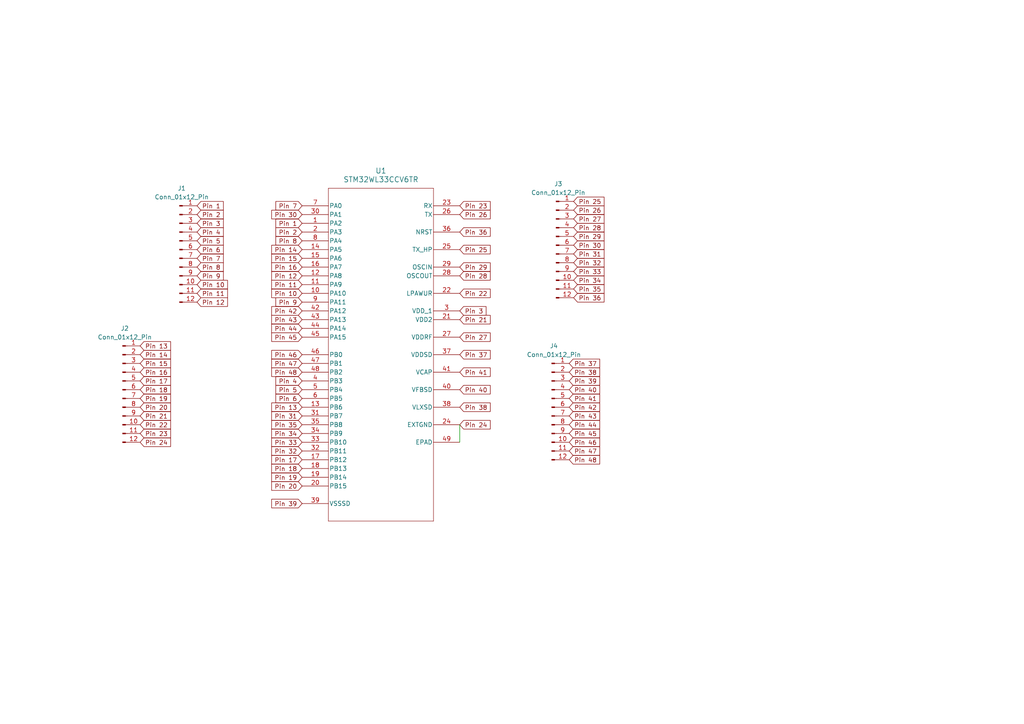
<source format=kicad_sch>
(kicad_sch (version 20250114) (generator "eeschema") (generator_version "9.0")
  (paper "A4")
  (lib_symbols
    (symbol "Connector:Conn_01x12_Pin" (pin_names (offset 1.016) (hide yes))
      (property "Reference" "J" (at 0 15.24 0))
      (property "Value" "Conn_01x12_Pin" (at 0 -17.78 0))
      (symbol "Conn_01x12_Pin_1_1"
        (rectangle (start 0.8636 12.827) (end 0 12.573) (stroke (width 0.1524)) (fill (type outline)))
        (rectangle (start 0.8636 10.287) (end 0 10.033) (stroke (width 0.1524)) (fill (type outline)))
        (rectangle (start 0.8636 7.747) (end 0 7.493) (stroke (width 0.1524)) (fill (type outline)))
        (rectangle (start 0.8636 5.207) (end 0 4.953) (stroke (width 0.1524)) (fill (type outline)))
        (rectangle (start 0.8636 2.667) (end 0 2.413) (stroke (width 0.1524)) (fill (type outline)))
        (rectangle (start 0.8636 0.127) (end 0 -0.127) (stroke (width 0.1524)) (fill (type outline)))
        (rectangle (start 0.8636 -2.413) (end 0 -2.667) (stroke (width 0.1524)) (fill (type outline)))
        (rectangle (start 0.8636 -4.953) (end 0 -5.207) (stroke (width 0.1524)) (fill (type outline)))
        (rectangle (start 0.8636 -7.493) (end 0 -7.747) (stroke (width 0.1524)) (fill (type outline)))
        (rectangle (start 0.8636 -10.033) (end 0 -10.287) (stroke (width 0.1524)) (fill (type outline)))
        (rectangle (start 0.8636 -12.573) (end 0 -12.827) (stroke (width 0.1524)) (fill (type outline)))
        (rectangle (start 0.8636 -15.113) (end 0 -15.367) (stroke (width 0.1524)) (fill (type outline)))
        (polyline (pts (xy 1.27 12.7) (xy 0.8636 12.7)) (stroke (width 0.1524)))
        (polyline (pts (xy 1.27 10.16) (xy 0.8636 10.16)) (stroke (width 0.1524)))
        (polyline (pts (xy 1.27 7.62) (xy 0.8636 7.62)) (stroke (width 0.1524)))
        (polyline (pts (xy 1.27 5.08) (xy 0.8636 5.08)) (stroke (width 0.1524)))
        (polyline (pts (xy 1.27 2.54) (xy 0.8636 2.54)) (stroke (width 0.1524)))
        (polyline (pts (xy 1.27 0) (xy 0.8636 0)) (stroke (width 0.1524)))
        (polyline (pts (xy 1.27 -2.54) (xy 0.8636 -2.54)) (stroke (width 0.1524)))
        (polyline (pts (xy 1.27 -5.08) (xy 0.8636 -5.08)) (stroke (width 0.1524)))
        (polyline (pts (xy 1.27 -7.62) (xy 0.8636 -7.62)) (stroke (width 0.1524)))
        (polyline (pts (xy 1.27 -10.16) (xy 0.8636 -10.16)) (stroke (width 0.1524)))
        (polyline (pts (xy 1.27 -12.7) (xy 0.8636 -12.7)) (stroke (width 0.1524)))
        (polyline (pts (xy 1.27 -15.24) (xy 0.8636 -15.24)) (stroke (width 0.1524)))
        (pin passive line (at 5.08 12.7 180) (length 3.81) (name "Pin_1") (number "1"))
        (pin passive line (at 5.08 10.16 180) (length 3.81) (name "Pin_2") (number "2"))
        (pin passive line (at 5.08 7.62 180) (length 3.81) (name "Pin_3") (number "3"))
        (pin passive line (at 5.08 5.08 180) (length 3.81) (name "Pin_4") (number "4"))
        (pin passive line (at 5.08 2.54 180) (length 3.81) (name "Pin_5") (number "5"))
        (pin passive line (at 5.08 0 180) (length 3.81) (name "Pin_6") (number "6"))
        (pin passive line (at 5.08 -2.54 180) (length 3.81) (name "Pin_7") (number "7"))
        (pin passive line (at 5.08 -5.08 180) (length 3.81) (name "Pin_8") (number "8"))
        (pin passive line (at 5.08 -7.62 180) (length 3.81) (name "Pin_9") (number "9"))
        (pin passive line (at 5.08 -10.16 180) (length 3.81) (name "Pin_10") (number "10"))
        (pin passive line (at 5.08 -12.7 180) (length 3.81) (name "Pin_11") (number "11"))
        (pin passive line (at 5.08 -15.24 180) (length 3.81) (name "Pin_12") (number "12"))
      )
    )
    (symbol "STM32WL33CCV6:STM32WL33CCV6TR" (pin_names (offset 0.254))
      (property "Reference" "U" (at 22.86 10.16 0))
      (property "Value" "STM32WL33CCV6TR" (at 22.86 7.62 0))
      (symbol "STM32WL33CCV6TR_0_1"
        (polyline (pts (xy 7.62 5.08) (xy 7.62 -91.44)) (stroke (width 0.127)))
        (polyline (pts (xy 7.62 -91.44) (xy 38.1 -91.44)) (stroke (width 0.127)))
        (polyline (pts (xy 38.1 5.08) (xy 7.62 5.08)) (stroke (width 0.127)))
        (polyline (pts (xy 38.1 -91.44) (xy 38.1 5.08)) (stroke (width 0.127)))
        (pin bidirectional line (at 0 0 0) (length 7.62) (name "PA0") (number "7"))
        (pin bidirectional line (at 0 -2.54 0) (length 7.62) (name "PA1") (number "30"))
        (pin bidirectional line (at 0 -5.08 0) (length 7.62) (name "PA2") (number "1"))
        (pin bidirectional line (at 0 -7.62 0) (length 7.62) (name "PA3") (number "2"))
        (pin bidirectional line (at 0 -10.16 0) (length 7.62) (name "PA4") (number "8"))
        (pin bidirectional line (at 0 -12.7 0) (length 7.62) (name "PA5") (number "14"))
        (pin bidirectional line (at 0 -15.24 0) (length 7.62) (name "PA6") (number "15"))
        (pin bidirectional line (at 0 -17.78 0) (length 7.62) (name "PA7") (number "16"))
        (pin bidirectional line (at 0 -20.32 0) (length 7.62) (name "PA8") (number "12"))
        (pin bidirectional line (at 0 -22.86 0) (length 7.62) (name "PA9") (number "11"))
        (pin bidirectional line (at 0 -25.4 0) (length 7.62) (name "PA10") (number "10"))
        (pin bidirectional line (at 0 -27.94 0) (length 7.62) (name "PA11") (number "9"))
        (pin bidirectional line (at 0 -30.48 0) (length 7.62) (name "PA12") (number "42"))
        (pin bidirectional line (at 0 -33.02 0) (length 7.62) (name "PA13") (number "43"))
        (pin bidirectional line (at 0 -35.56 0) (length 7.62) (name "PA14") (number "44"))
        (pin bidirectional line (at 0 -38.1 0) (length 7.62) (name "PA15") (number "45"))
        (pin bidirectional line (at 0 -43.18 0) (length 7.62) (name "PB0") (number "46"))
        (pin bidirectional line (at 0 -45.72 0) (length 7.62) (name "PB1") (number "47"))
        (pin bidirectional line (at 0 -48.26 0) (length 7.62) (name "PB2") (number "48"))
        (pin bidirectional line (at 0 -50.8 0) (length 7.62) (name "PB3") (number "4"))
        (pin bidirectional line (at 0 -53.34 0) (length 7.62) (name "PB4") (number "5"))
        (pin bidirectional line (at 0 -55.88 0) (length 7.62) (name "PB5") (number "6"))
        (pin bidirectional line (at 0 -58.42 0) (length 7.62) (name "PB6") (number "13"))
        (pin bidirectional line (at 0 -60.96 0) (length 7.62) (name "PB7") (number "31"))
        (pin bidirectional line (at 0 -63.5 0) (length 7.62) (name "PB8") (number "35"))
        (pin bidirectional line (at 0 -66.04 0) (length 7.62) (name "PB9") (number "34"))
        (pin bidirectional line (at 0 -68.58 0) (length 7.62) (name "PB10") (number "33"))
        (pin bidirectional line (at 0 -71.12 0) (length 7.62) (name "PB11") (number "32"))
        (pin bidirectional line (at 0 -73.66 0) (length 7.62) (name "PB12") (number "17"))
        (pin bidirectional line (at 0 -76.2 0) (length 7.62) (name "PB13") (number "18"))
        (pin bidirectional line (at 0 -78.74 0) (length 7.62) (name "PB14") (number "19"))
        (pin bidirectional line (at 0 -81.28 0) (length 7.62) (name "PB15") (number "20"))
        (pin power_in line (at 0 -86.36 0) (length 7.62) (name "VSSSD") (number "39"))
        (pin unspecified line (at 45.72 0 180) (length 7.62) (name "RX") (number "23"))
        (pin unspecified line (at 45.72 -2.54 180) (length 7.62) (name "TX") (number "26"))
        (pin bidirectional line (at 45.72 -7.62 180) (length 7.62) (name "NRST") (number "36"))
        (pin unspecified line (at 45.72 -12.7 180) (length 7.62) (name "TX_HP") (number "25"))
        (pin input line (at 45.72 -17.78 180) (length 7.62) (name "OSCIN") (number "29"))
        (pin output line (at 45.72 -20.32 180) (length 7.62) (name "OSCOUT") (number "28"))
        (pin unspecified line (at 45.72 -25.4 180) (length 7.62) (name "LPAWUR") (number "22"))
        (pin power_in line (at 45.72 -30.48 180) (length 7.62) (name "VDD_1") (number "3"))
        (pin power_in line (at 45.72 -33.02 180) (length 7.62) (name "VDD2") (number "21"))
        (pin power_in line (at 45.72 -38.1 180) (length 7.62) (name "VDDRF") (number "27"))
        (pin power_in line (at 45.72 -43.18 180) (length 7.62) (name "VDDSD") (number "37"))
        (pin power_in line (at 45.72 -48.26 180) (length 7.62) (name "VCAP") (number "41"))
        (pin power_in line (at 45.72 -53.34 180) (length 7.62) (name "VFBSD") (number "40"))
        (pin power_in line (at 45.72 -58.42 180) (length 7.62) (name "VLXSD") (number "38"))
        (pin power_in line (at 45.72 -63.5 180) (length 7.62) (name "EXTGND") (number "24"))
        (pin unspecified line (at 45.72 -68.58 180) (length 7.62) (name "EPAD") (number "49"))
      )
    )
  )
  (wire (pts (xy 133.35 123.19) (xy 133.35 128.27)))
  (global_label "Pin 43" (shape input) (at 165.1 120.65 0) (property "Intersheetrefs" "${INTERSHEET_REFS}" (effects (hide yes))))
  (global_label "Pin 23" (shape input) (at 40.64 125.73 0) (property "Intersheetrefs" "${INTERSHEET_REFS}" (effects (hide yes))))
  (global_label "Pin 22" (shape input) (at 40.64 123.19 0) (property "Intersheetrefs" "${INTERSHEET_REFS}" (effects (hide yes))))
  (global_label "Pin 5" (shape input) (at 57.15 69.85 0) (property "Intersheetrefs" "${INTERSHEET_REFS}" (effects (hide yes))))
  (global_label "Pin 15" (shape input) (at 87.63 74.93 180) (property "Intersheetrefs" "${INTERSHEET_REFS}" (effects (hide yes))))
  (global_label "Pin 35" (shape input) (at 166.37 83.82 0) (property "Intersheetrefs" "${INTERSHEET_REFS}" (effects (hide yes))))
  (global_label "Pin 15" (shape input) (at 40.64 105.41 0) (property "Intersheetrefs" "${INTERSHEET_REFS}" (effects (hide yes))))
  (global_label "Pin 41" (shape input) (at 165.1 115.57 0) (property "Intersheetrefs" "${INTERSHEET_REFS}" (effects (hide yes))))
  (global_label "Pin 45" (shape input) (at 165.1 125.73 0) (property "Intersheetrefs" "${INTERSHEET_REFS}" (effects (hide yes))))
  (global_label "Pin 34" (shape input) (at 166.37 81.28 0) (property "Intersheetrefs" "${INTERSHEET_REFS}" (effects (hide yes))))
  (global_label "Pin 23" (shape input) (at 133.35 59.69 0) (property "Intersheetrefs" "${INTERSHEET_REFS}" (effects (hide yes))))
  (global_label "Pin 35" (shape input) (at 87.63 123.19 180) (property "Intersheetrefs" "${INTERSHEET_REFS}" (effects (hide yes))))
  (global_label "Pin 20" (shape input) (at 87.63 140.97 180) (property "Intersheetrefs" "${INTERSHEET_REFS}" (effects (hide yes))))
  (global_label "Pin 14" (shape input) (at 40.64 102.87 0) (property "Intersheetrefs" "${INTERSHEET_REFS}" (effects (hide yes))))
  (global_label "Pin 16" (shape input) (at 40.64 107.95 0) (property "Intersheetrefs" "${INTERSHEET_REFS}" (effects (hide yes))))
  (global_label "Pin 32" (shape input) (at 87.63 130.81 180) (property "Intersheetrefs" "${INTERSHEET_REFS}" (effects (hide yes))))
  (global_label "Pin 47" (shape input) (at 87.63 105.41 180) (property "Intersheetrefs" "${INTERSHEET_REFS}" (effects (hide yes))))
  (global_label "Pin 32" (shape input) (at 166.37 76.2 0) (property "Intersheetrefs" "${INTERSHEET_REFS}" (effects (hide yes))))
  (global_label "Pin 8" (shape input) (at 57.15 77.47 0) (property "Intersheetrefs" "${INTERSHEET_REFS}" (effects (hide yes))))
  (global_label "Pin 48" (shape input) (at 87.63 107.95 180) (property "Intersheetrefs" "${INTERSHEET_REFS}" (effects (hide yes))))
  (global_label "Pin 4" (shape input) (at 57.15 67.31 0) (property "Intersheetrefs" "${INTERSHEET_REFS}" (effects (hide yes))))
  (global_label "Pin 6" (shape input) (at 57.15 72.39 0) (property "Intersheetrefs" "${INTERSHEET_REFS}" (effects (hide yes))))
  (global_label "Pin 44" (shape input) (at 87.63 95.25 180) (property "Intersheetrefs" "${INTERSHEET_REFS}" (effects (hide yes))))
  (global_label "Pin 45" (shape input) (at 87.63 97.79 180) (property "Intersheetrefs" "${INTERSHEET_REFS}" (effects (hide yes))))
  (global_label "Pin 29" (shape input) (at 166.37 68.58 0) (property "Intersheetrefs" "${INTERSHEET_REFS}" (effects (hide yes))))
  (global_label "Pin 13" (shape input) (at 40.64 100.33 0) (property "Intersheetrefs" "${INTERSHEET_REFS}" (effects (hide yes))))
  (global_label "Pin 27" (shape input) (at 133.35 97.79 0) (property "Intersheetrefs" "${INTERSHEET_REFS}" (effects (hide yes))))
  (global_label "Pin 17" (shape input) (at 40.64 110.49 0) (property "Intersheetrefs" "${INTERSHEET_REFS}" (effects (hide yes))))
  (global_label "Pin 36" (shape input) (at 166.37 86.36 0) (property "Intersheetrefs" "${INTERSHEET_REFS}" (effects (hide yes))))
  (global_label "Pin 9" (shape input) (at 57.15 80.01 0) (property "Intersheetrefs" "${INTERSHEET_REFS}" (effects (hide yes))))
  (global_label "Pin 19" (shape input) (at 87.63 138.43 180) (property "Intersheetrefs" "${INTERSHEET_REFS}" (effects (hide yes))))
  (global_label "Pin 22" (shape input) (at 133.35 85.09 0) (property "Intersheetrefs" "${INTERSHEET_REFS}" (effects (hide yes))))
  (global_label "Pin 33" (shape input) (at 87.63 128.27 180) (property "Intersheetrefs" "${INTERSHEET_REFS}" (effects (hide yes))))
  (global_label "Pin 21" (shape input) (at 133.35 92.71 0) (property "Intersheetrefs" "${INTERSHEET_REFS}" (effects (hide yes))))
  (global_label "Pin 38" (shape input) (at 165.1 107.95 0) (property "Intersheetrefs" "${INTERSHEET_REFS}" (effects (hide yes))))
  (global_label "Pin 11" (shape input) (at 87.63 82.55 180) (property "Intersheetrefs" "${INTERSHEET_REFS}" (effects (hide yes))))
  (global_label "Pin 41" (shape input) (at 133.35 107.95 0) (property "Intersheetrefs" "${INTERSHEET_REFS}" (effects (hide yes))))
  (global_label "Pin 20" (shape input) (at 40.64 118.11 0) (property "Intersheetrefs" "${INTERSHEET_REFS}" (effects (hide yes))))
  (global_label "Pin 37" (shape input) (at 165.1 105.41 0) (property "Intersheetrefs" "${INTERSHEET_REFS}" (effects (hide yes))))
  (global_label "Pin 7" (shape input) (at 57.15 74.93 0) (property "Intersheetrefs" "${INTERSHEET_REFS}" (effects (hide yes))))
  (global_label "Pin 25" (shape input) (at 133.35 72.39 0) (property "Intersheetrefs" "${INTERSHEET_REFS}" (effects (hide yes))))
  (global_label "Pin 31" (shape input) (at 87.63 120.65 180) (property "Intersheetrefs" "${INTERSHEET_REFS}" (effects (hide yes))))
  (global_label "Pin 3" (shape input) (at 133.35 90.17 0) (property "Intersheetrefs" "${INTERSHEET_REFS}" (effects (hide yes))))
  (global_label "Pin 29" (shape input) (at 133.35 77.47 0) (property "Intersheetrefs" "${INTERSHEET_REFS}" (effects (hide yes))))
  (global_label "Pin 28" (shape input) (at 166.37 66.04 0) (property "Intersheetrefs" "${INTERSHEET_REFS}" (effects (hide yes))))
  (global_label "Pin 30" (shape input) (at 166.37 71.12 0) (property "Intersheetrefs" "${INTERSHEET_REFS}" (effects (hide yes))))
  (global_label "Pin 10" (shape input) (at 87.63 85.09 180) (property "Intersheetrefs" "${INTERSHEET_REFS}" (effects (hide yes))))
  (global_label "Pin 42" (shape input) (at 87.63 90.17 180) (property "Intersheetrefs" "${INTERSHEET_REFS}" (effects (hide yes))))
  (global_label "Pin 36" (shape input) (at 133.35 67.31 0) (property "Intersheetrefs" "${INTERSHEET_REFS}" (effects (hide yes))))
  (global_label "Pin 1" (shape input) (at 57.15 59.69 0) (property "Intersheetrefs" "${INTERSHEET_REFS}" (effects (hide yes))))
  (global_label "Pin 28" (shape input) (at 133.35 80.01 0) (property "Intersheetrefs" "${INTERSHEET_REFS}" (effects (hide yes))))
  (global_label "Pin 8" (shape input) (at 87.63 69.85 180) (property "Intersheetrefs" "${INTERSHEET_REFS}" (effects (hide yes))))
  (global_label "Pin 33" (shape input) (at 166.37 78.74 0) (property "Intersheetrefs" "${INTERSHEET_REFS}" (effects (hide yes))))
  (global_label "Pin 9" (shape input) (at 87.63 87.63 180) (property "Intersheetrefs" "${INTERSHEET_REFS}" (effects (hide yes))))
  (global_label "Pin 47" (shape input) (at 165.1 130.81 0) (property "Intersheetrefs" "${INTERSHEET_REFS}" (effects (hide yes))))
  (global_label "Pin 26" (shape input) (at 166.37 60.96 0) (property "Intersheetrefs" "${INTERSHEET_REFS}" (effects (hide yes))))
  (global_label "Pin 4" (shape input) (at 87.63 110.49 180) (property "Intersheetrefs" "${INTERSHEET_REFS}" (effects (hide yes))))
  (global_label "Pin 34" (shape input) (at 87.63 125.73 180) (property "Intersheetrefs" "${INTERSHEET_REFS}" (effects (hide yes))))
  (global_label "Pin 6" (shape input) (at 87.63 115.57 180) (property "Intersheetrefs" "${INTERSHEET_REFS}" (effects (hide yes))))
  (global_label "Pin 43" (shape input) (at 87.63 92.71 180) (property "Intersheetrefs" "${INTERSHEET_REFS}" (effects (hide yes))))
  (global_label "Pin 48" (shape input) (at 165.1 133.35 0) (property "Intersheetrefs" "${INTERSHEET_REFS}" (effects (hide yes))))
  (global_label "Pin 5" (shape input) (at 87.63 113.03 180) (property "Intersheetrefs" "${INTERSHEET_REFS}" (effects (hide yes))))
  (global_label "Pin 30" (shape input) (at 87.63 62.23 180) (property "Intersheetrefs" "${INTERSHEET_REFS}" (effects (hide yes))))
  (global_label "Pin 18" (shape input) (at 40.64 113.03 0) (property "Intersheetrefs" "${INTERSHEET_REFS}" (effects (hide yes))))
  (global_label "Pin 18" (shape input) (at 87.63 135.89 180) (property "Intersheetrefs" "${INTERSHEET_REFS}" (effects (hide yes))))
  (global_label "Pin 1" (shape input) (at 87.63 64.77 180) (property "Intersheetrefs" "${INTERSHEET_REFS}" (effects (hide yes))))
  (global_label "Pin 7" (shape input) (at 87.63 59.69 180) (property "Intersheetrefs" "${INTERSHEET_REFS}" (effects (hide yes))))
  (global_label "Pin 39" (shape input) (at 165.1 110.49 0) (property "Intersheetrefs" "${INTERSHEET_REFS}" (effects (hide yes))))
  (global_label "Pin 19" (shape input) (at 40.64 115.57 0) (property "Intersheetrefs" "${INTERSHEET_REFS}" (effects (hide yes))))
  (global_label "Pin 46" (shape input) (at 87.63 102.87 180) (property "Intersheetrefs" "${INTERSHEET_REFS}" (effects (hide yes))))
  (global_label "Pin 27" (shape input) (at 166.37 63.5 0) (property "Intersheetrefs" "${INTERSHEET_REFS}" (effects (hide yes))))
  (global_label "Pin 46" (shape input) (at 165.1 128.27 0) (property "Intersheetrefs" "${INTERSHEET_REFS}" (effects (hide yes))))
  (global_label "Pin 3" (shape input) (at 57.15 64.77 0) (property "Intersheetrefs" "${INTERSHEET_REFS}" (effects (hide yes))))
  (global_label "Pin 12" (shape input) (at 87.63 80.01 180) (property "Intersheetrefs" "${INTERSHEET_REFS}" (effects (hide yes))))
  (global_label "Pin 40" (shape input) (at 165.1 113.03 0) (property "Intersheetrefs" "${INTERSHEET_REFS}" (effects (hide yes))))
  (global_label "Pin 25" (shape input) (at 166.37 58.42 0) (property "Intersheetrefs" "${INTERSHEET_REFS}" (effects (hide yes))))
  (global_label "Pin 12" (shape input) (at 57.15 87.63 0) (property "Intersheetrefs" "${INTERSHEET_REFS}" (effects (hide yes))))
  (global_label "Pin 17" (shape input) (at 87.63 133.35 180) (property "Intersheetrefs" "${INTERSHEET_REFS}" (effects (hide yes))))
  (global_label "Pin 21" (shape input) (at 40.64 120.65 0) (property "Intersheetrefs" "${INTERSHEET_REFS}" (effects (hide yes))))
  (global_label "Pin 44" (shape input) (at 165.1 123.19 0) (property "Intersheetrefs" "${INTERSHEET_REFS}" (effects (hide yes))))
  (global_label "Pin 42" (shape input) (at 165.1 118.11 0) (property "Intersheetrefs" "${INTERSHEET_REFS}" (effects (hide yes))))
  (global_label "Pin 2" (shape input) (at 57.15 62.23 0) (property "Intersheetrefs" "${INTERSHEET_REFS}" (effects (hide yes))))
  (global_label "Pin 40" (shape input) (at 133.35 113.03 0) (property "Intersheetrefs" "${INTERSHEET_REFS}" (effects (hide yes))))
  (global_label "Pin 37" (shape input) (at 133.35 102.87 0) (property "Intersheetrefs" "${INTERSHEET_REFS}" (effects (hide yes))))
  (global_label "Pin 26" (shape input) (at 133.35 62.23 0) (property "Intersheetrefs" "${INTERSHEET_REFS}" (effects (hide yes))))
  (global_label "Pin 10" (shape input) (at 57.15 82.55 0) (property "Intersheetrefs" "${INTERSHEET_REFS}" (effects (hide yes))))
  (global_label "Pin 11" (shape input) (at 57.15 85.09 0) (property "Intersheetrefs" "${INTERSHEET_REFS}" (effects (hide yes))))
  (global_label "Pin 31" (shape input) (at 166.37 73.66 0) (property "Intersheetrefs" "${INTERSHEET_REFS}" (effects (hide yes))))
  (global_label "Pin 38" (shape input) (at 133.35 118.11 0) (property "Intersheetrefs" "${INTERSHEET_REFS}" (effects (hide yes))))
  (global_label "Pin 14" (shape input) (at 87.63 72.39 180) (property "Intersheetrefs" "${INTERSHEET_REFS}" (effects (hide yes))))
  (global_label "Pin 13" (shape input) (at 87.63 118.11 180) (property "Intersheetrefs" "${INTERSHEET_REFS}" (effects (hide yes))))
  (global_label "Pin 16" (shape input) (at 87.63 77.47 180) (property "Intersheetrefs" "${INTERSHEET_REFS}" (effects (hide yes))))
  (global_label "Pin 39" (shape input) (at 87.63 146.05 180) (property "Intersheetrefs" "${INTERSHEET_REFS}" (effects (hide yes))))
  (global_label "Pin 24" (shape input) (at 133.35 123.19 0) (property "Intersheetrefs" "${INTERSHEET_REFS}" (effects (hide yes))))
  (global_label "Pin 2" (shape input) (at 87.63 67.31 180) (property "Intersheetrefs" "${INTERSHEET_REFS}" (effects (hide yes))))
  (global_label "Pin 24" (shape input) (at 40.64 128.27 0) (property "Intersheetrefs" "${INTERSHEET_REFS}" (effects (hide yes))))
  (symbol (lib_id "STM32WL33CCV6:STM32WL33CCV6TR") (at 87.63 59.69 0) (unit 1)
    (property "Reference" "U1" (at 110.49 49.53 0) (effects (font (size 1.524 1.524))))
    (property "Value" "STM32WL33CCV6TR" (at 110.49 52.07 0) (effects (font (size 1.524 1.524))))
    (property "Footprint" "VFQFPN-48_6x6x0p9mm_STM" (effects (hide yes)))
    (property "Datasheet" "https://www.st.com/resource/en/datasheet/stm32wl33c8.pdf" (effects (hide yes)))
  )
  (symbol (lib_id "Connector:Conn_01x12_Pin") (at 35.56 113.03 0) (unit 1)
    (property "Reference" "J2" (at 36.195 95.25 0))
    (property "Value" "Conn_01x12_Pin" (at 36.195 97.79 0))
    (property "Footprint" "Connector_PinHeader_2.54mm:PinHeader_1x12_P2.54mm_Vertical" (effects (hide yes)))
    (property "Description" "Generic connector, single row, 01x12, script generated" (effects (hide yes)))
  )
  (symbol (lib_id "Connector:Conn_01x12_Pin") (at 160.02 118.11 0) (unit 1)
    (property "Reference" "J4" (at 160.655 100.33 0))
    (property "Value" "Conn_01x12_Pin" (at 160.655 102.87 0))
    (property "Footprint" "Connector_PinHeader_2.54mm:PinHeader_1x12_P2.54mm_Vertical" (effects (hide yes)))
    (property "Description" "Generic connector, single row, 01x12, script generated" (effects (hide yes)))
  )
  (symbol (lib_id "Connector:Conn_01x12_Pin") (at 52.07 72.39 0) (unit 1)
    (property "Reference" "J1" (at 52.705 54.61 0))
    (property "Value" "Conn_01x12_Pin" (at 52.705 57.15 0))
    (property "Footprint" "Connector_PinHeader_2.54mm:PinHeader_1x12_P2.54mm_Vertical" (effects (hide yes)))
    (property "Description" "Generic connector, single row, 01x12, script generated" (effects (hide yes)))
  )
  (symbol (lib_id "Connector:Conn_01x12_Pin") (at 161.29 71.12 0) (unit 1)
    (property "Reference" "J3" (at 161.925 53.34 0))
    (property "Value" "Conn_01x12_Pin" (at 161.925 55.88 0))
    (property "Footprint" "Connector_PinHeader_2.54mm:PinHeader_1x12_P2.54mm_Vertical" (effects (hide yes)))
    (property "Description" "Generic connector, single row, 01x12, script generated" (effects (hide yes)))
  )
)
</source>
